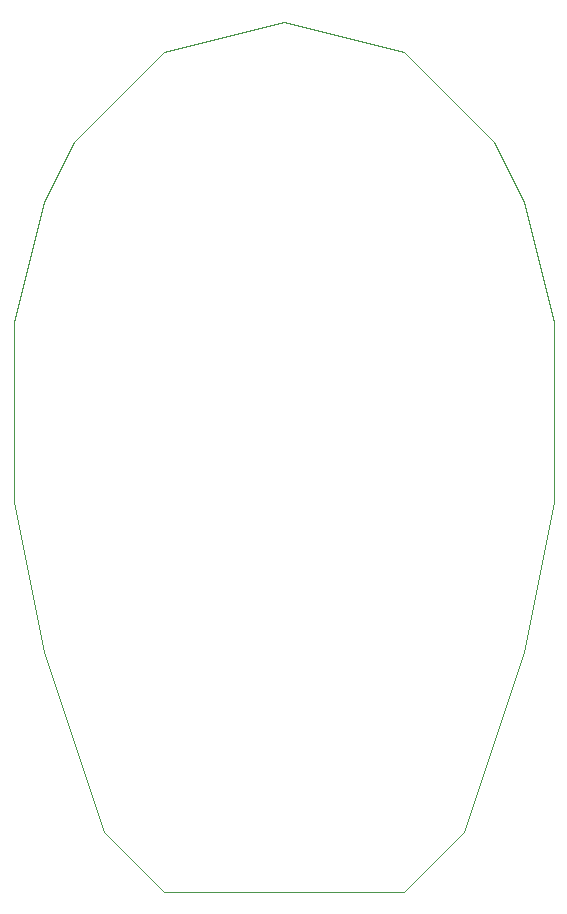
<source format=gbr>
%TF.GenerationSoftware,KiCad,Pcbnew,(5.1.12)-1*%
%TF.CreationDate,2022-06-03T18:51:51+02:00*%
%TF.ProjectId,pypilot-dome,70797069-6c6f-4742-9d64-6f6d652e6b69,rev?*%
%TF.SameCoordinates,Original*%
%TF.FileFunction,Profile,NP*%
%FSLAX46Y46*%
G04 Gerber Fmt 4.6, Leading zero omitted, Abs format (unit mm)*
G04 Created by KiCad (PCBNEW (5.1.12)-1) date 2022-06-03 18:51:51*
%MOMM*%
%LPD*%
G01*
G04 APERTURE LIST*
%TA.AperFunction,Profile*%
%ADD10C,0.050000*%
%TD*%
G04 APERTURE END LIST*
D10*
X91440000Y-15240000D02*
X101600000Y-12700000D01*
X83820000Y-22860000D02*
X91440000Y-15240000D01*
X81280000Y-27940000D02*
X83820000Y-22860000D01*
X78740000Y-38100000D02*
X81280000Y-27940000D01*
X78740000Y-53340000D02*
X78740000Y-38100000D01*
X81280000Y-66040000D02*
X78740000Y-53340000D01*
X86360000Y-81280000D02*
X81280000Y-66040000D01*
X91440000Y-86360000D02*
X86360000Y-81280000D01*
X111760000Y-86360000D02*
X91440000Y-86360000D01*
X116840000Y-81280000D02*
X111760000Y-86360000D01*
X121920000Y-66040000D02*
X116840000Y-81280000D01*
X124460000Y-53340000D02*
X121920000Y-66040000D01*
X124460000Y-38100000D02*
X124460000Y-53340000D01*
X121920000Y-27940000D02*
X124460000Y-38100000D01*
X119380000Y-22860000D02*
X121920000Y-27940000D01*
X111760000Y-15240000D02*
X119380000Y-22860000D01*
X101600000Y-12700000D02*
X111760000Y-15240000D01*
M02*

</source>
